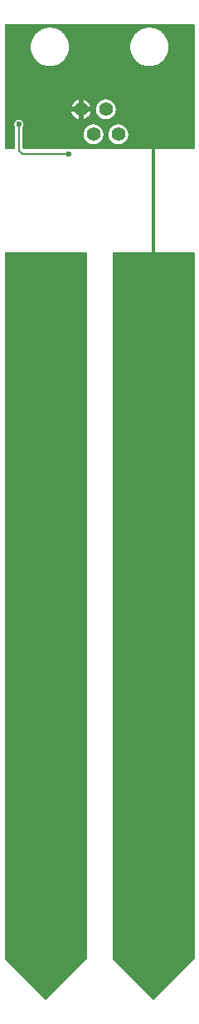
<source format=gbl>
%FSLAX46Y46*%
%MOMM*%
%ADD10C,0.200000*%
%ADD11C,0.350000*%
%AMPS12*
1,1,1.400000,0.000000,0.000000*
%
%ADD12PS12*%
%AMPS13*
1,1,0.600000,0.000000,0.000000*
%
%ADD13PS13*%
G01*
%LPD*%
G36*
X-8760000Y6477000D02*
X-8720996Y6484920D01*
X-8688171Y6507425D01*
X-8666723Y6540952D01*
X-8660000Y6577000D01*
X-8660000Y8787167D01*
X-8667614Y8825441D01*
X-8668728Y8828130D01*
X-8670711Y8832604D01*
X-8671233Y8833708D01*
X-8678928Y8852285D01*
X-8679342Y8853442D01*
X-8681105Y8858012D01*
X-8681571Y8859136D01*
X-8684881Y8868386D01*
X-8685233Y8869547D01*
X-8686771Y8874203D01*
X-8687191Y8875377D01*
X-8693035Y8894642D01*
X-8693340Y8895858D01*
X-8694646Y8900576D01*
X-8695001Y8901745D01*
X-8697383Y8911260D01*
X-8697621Y8912454D01*
X-8698694Y8917234D01*
X-8698993Y8918428D01*
X-8702919Y8938168D01*
X-8703099Y8939379D01*
X-8703939Y8944222D01*
X-8704174Y8945404D01*
X-8705616Y8955122D01*
X-8705735Y8956332D01*
X-8706335Y8961191D01*
X-8706518Y8962422D01*
X-8708489Y8982440D01*
X-8708550Y8983671D01*
X-8708911Y8988562D01*
X-8709029Y8989763D01*
X-8709511Y8999558D01*
X-8709511Y9000780D01*
X-8709631Y9005688D01*
X-8709693Y9006950D01*
X-8709693Y9027050D01*
X-8709631Y9028312D01*
X-8709511Y9033220D01*
X-8709511Y9034442D01*
X-8709029Y9044237D01*
X-8708911Y9045438D01*
X-8708550Y9050329D01*
X-8708489Y9051560D01*
X-8706518Y9071578D01*
X-8706335Y9072809D01*
X-8705735Y9077668D01*
X-8705616Y9078878D01*
X-8704174Y9088596D01*
X-8703939Y9089778D01*
X-8703099Y9094621D01*
X-8702919Y9095832D01*
X-8698993Y9115572D01*
X-8698694Y9116766D01*
X-8697621Y9121546D01*
X-8697383Y9122740D01*
X-8695001Y9132255D01*
X-8694646Y9133424D01*
X-8693340Y9138142D01*
X-8693035Y9139358D01*
X-8687191Y9158623D01*
X-8686771Y9159797D01*
X-8685233Y9164453D01*
X-8684881Y9165614D01*
X-8681571Y9174864D01*
X-8681105Y9175988D01*
X-8679342Y9180558D01*
X-8678928Y9181715D01*
X-8671233Y9200292D01*
X-8670711Y9201396D01*
X-8668729Y9205870D01*
X-8668261Y9206998D01*
X-8664055Y9215893D01*
X-8663478Y9216973D01*
X-8661276Y9221346D01*
X-8660745Y9222469D01*
X-8651260Y9240214D01*
X-8650629Y9241267D01*
X-8648201Y9245553D01*
X-8647632Y9246618D01*
X-8642583Y9255042D01*
X-8641909Y9256050D01*
X-8639284Y9260194D01*
X-8638641Y9261267D01*
X-8627484Y9277964D01*
X-8626736Y9278972D01*
X-8623918Y9282974D01*
X-8623234Y9283997D01*
X-8617384Y9291885D01*
X-8616606Y9292833D01*
X-8613593Y9296693D01*
X-8612858Y9297684D01*
X-8600101Y9313230D01*
X-8599299Y9314114D01*
X-8596072Y9317854D01*
X-8595306Y9318788D01*
X-8588723Y9326052D01*
X-8587854Y9326921D01*
X-8584468Y9330478D01*
X-8583636Y9331396D01*
X-8569397Y9345635D01*
X-8568479Y9346467D01*
X-8564924Y9349851D01*
X-8564060Y9350715D01*
X-8556796Y9357298D01*
X-8555863Y9358064D01*
X-8552142Y9361274D01*
X-8551228Y9362102D01*
X-8535675Y9374866D01*
X-8534692Y9375595D01*
X-8530815Y9378620D01*
X-8529875Y9379392D01*
X-8521992Y9385238D01*
X-8520965Y9385924D01*
X-8516955Y9388749D01*
X-8515979Y9389473D01*
X-8499242Y9400656D01*
X-8498192Y9401286D01*
X-8494058Y9403903D01*
X-8493031Y9404589D01*
X-8484618Y9409632D01*
X-8483553Y9410201D01*
X-8479267Y9412629D01*
X-8478214Y9413260D01*
X-8460469Y9422745D01*
X-8459346Y9423276D01*
X-8454973Y9425478D01*
X-8453893Y9426055D01*
X-8444998Y9430261D01*
X-8443870Y9430729D01*
X-8439396Y9432711D01*
X-8438292Y9433233D01*
X-8419715Y9440928D01*
X-8418558Y9441342D01*
X-8413988Y9443105D01*
X-8412864Y9443571D01*
X-8403614Y9446881D01*
X-8402453Y9447233D01*
X-8397797Y9448771D01*
X-8396623Y9449191D01*
X-8377358Y9455035D01*
X-8376142Y9455340D01*
X-8371424Y9456646D01*
X-8370255Y9457001D01*
X-8360740Y9459383D01*
X-8359546Y9459621D01*
X-8354766Y9460694D01*
X-8353572Y9460993D01*
X-8333832Y9464919D01*
X-8332621Y9465099D01*
X-8327778Y9465939D01*
X-8326596Y9466174D01*
X-8316878Y9467616D01*
X-8315668Y9467735D01*
X-8310809Y9468335D01*
X-8309578Y9468518D01*
X-8289560Y9470489D01*
X-8288329Y9470550D01*
X-8283438Y9470911D01*
X-8282237Y9471029D01*
X-8272442Y9471511D01*
X-8271220Y9471511D01*
X-8266312Y9471631D01*
X-8265050Y9471693D01*
X-8244950Y9471693D01*
X-8243688Y9471631D01*
X-8238780Y9471511D01*
X-8237558Y9471511D01*
X-8227763Y9471029D01*
X-8226562Y9470911D01*
X-8221671Y9470550D01*
X-8220440Y9470489D01*
X-8200422Y9468518D01*
X-8199191Y9468335D01*
X-8194332Y9467735D01*
X-8193122Y9467616D01*
X-8183404Y9466174D01*
X-8182222Y9465939D01*
X-8177379Y9465099D01*
X-8176168Y9464919D01*
X-8156428Y9460993D01*
X-8155234Y9460694D01*
X-8150454Y9459621D01*
X-8149260Y9459383D01*
X-8139745Y9457001D01*
X-8138576Y9456646D01*
X-8133858Y9455340D01*
X-8132642Y9455035D01*
X-8113377Y9449191D01*
X-8112203Y9448771D01*
X-8107547Y9447233D01*
X-8106386Y9446881D01*
X-8097136Y9443571D01*
X-8096012Y9443105D01*
X-8091442Y9441342D01*
X-8090285Y9440928D01*
X-8071708Y9433233D01*
X-8070604Y9432711D01*
X-8066130Y9430729D01*
X-8065002Y9430261D01*
X-8056107Y9426055D01*
X-8055027Y9425478D01*
X-8050654Y9423276D01*
X-8049531Y9422745D01*
X-8031786Y9413260D01*
X-8030733Y9412629D01*
X-8026447Y9410201D01*
X-8025382Y9409632D01*
X-8016969Y9404589D01*
X-8015942Y9403903D01*
X-8011808Y9401286D01*
X-8010758Y9400656D01*
X-7994021Y9389473D01*
X-7993045Y9388749D01*
X-7989035Y9385924D01*
X-7988008Y9385238D01*
X-7980125Y9379392D01*
X-7979185Y9378620D01*
X-7975308Y9375595D01*
X-7974325Y9374866D01*
X-7958772Y9362102D01*
X-7957858Y9361274D01*
X-7954137Y9358064D01*
X-7953204Y9357298D01*
X-7945940Y9350715D01*
X-7945076Y9349851D01*
X-7941521Y9346467D01*
X-7940603Y9345635D01*
X-7926364Y9331396D01*
X-7925532Y9330478D01*
X-7922146Y9326921D01*
X-7921277Y9326052D01*
X-7914694Y9318788D01*
X-7913928Y9317854D01*
X-7910701Y9314114D01*
X-7909899Y9313230D01*
X-7897142Y9297684D01*
X-7896407Y9296693D01*
X-7893394Y9292833D01*
X-7892616Y9291885D01*
X-7886766Y9283997D01*
X-7886082Y9282974D01*
X-7883264Y9278972D01*
X-7882530Y9277983D01*
X-7871351Y9261251D01*
X-7870726Y9260209D01*
X-7868092Y9256051D01*
X-7867416Y9255039D01*
X-7862364Y9246611D01*
X-7861785Y9245528D01*
X-7859371Y9241265D01*
X-7858735Y9240203D01*
X-7849258Y9222472D01*
X-7848737Y9221371D01*
X-7846526Y9216979D01*
X-7845940Y9215882D01*
X-7841745Y9207013D01*
X-7841269Y9205863D01*
X-7839283Y9201383D01*
X-7838770Y9200299D01*
X-7831073Y9181717D01*
X-7830658Y9180558D01*
X-7828895Y9175988D01*
X-7828429Y9174864D01*
X-7825119Y9165614D01*
X-7824767Y9164453D01*
X-7823229Y9159797D01*
X-7822809Y9158623D01*
X-7816965Y9139358D01*
X-7816660Y9138142D01*
X-7815354Y9133424D01*
X-7814999Y9132255D01*
X-7812617Y9122740D01*
X-7812379Y9121546D01*
X-7811306Y9116766D01*
X-7811007Y9115572D01*
X-7807081Y9095832D01*
X-7806901Y9094621D01*
X-7806061Y9089778D01*
X-7805826Y9088596D01*
X-7804384Y9078878D01*
X-7804265Y9077668D01*
X-7803665Y9072809D01*
X-7803482Y9071578D01*
X-7801511Y9051560D01*
X-7801450Y9050329D01*
X-7801089Y9045438D01*
X-7800971Y9044237D01*
X-7800489Y9034442D01*
X-7800489Y9033220D01*
X-7800369Y9028312D01*
X-7800307Y9027050D01*
X-7800307Y9006950D01*
X-7800369Y9005688D01*
X-7800489Y9000780D01*
X-7800489Y8999558D01*
X-7800971Y8989763D01*
X-7801089Y8988562D01*
X-7801450Y8983671D01*
X-7801511Y8982440D01*
X-7803482Y8962422D01*
X-7803665Y8961191D01*
X-7804265Y8956332D01*
X-7804384Y8955122D01*
X-7805826Y8945404D01*
X-7806061Y8944222D01*
X-7806901Y8939379D01*
X-7807081Y8938168D01*
X-7811007Y8918428D01*
X-7811306Y8917234D01*
X-7812379Y8912454D01*
X-7812617Y8911260D01*
X-7814999Y8901745D01*
X-7815354Y8900576D01*
X-7816660Y8895858D01*
X-7816965Y8894642D01*
X-7822809Y8875377D01*
X-7823229Y8874203D01*
X-7824767Y8869547D01*
X-7825119Y8868386D01*
X-7828429Y8859136D01*
X-7828895Y8858012D01*
X-7830658Y8853442D01*
X-7831072Y8852285D01*
X-7838767Y8833708D01*
X-7839289Y8832604D01*
X-7841272Y8828130D01*
X-7842386Y8825441D01*
X-7850000Y8787167D01*
X-7850000Y6577000D01*
X-7842080Y6537996D01*
X-7819575Y6505171D01*
X-7786048Y6483723D01*
X-7750000Y6477000D01*
X9590000Y6477000D01*
X9629004Y6484920D01*
X9661829Y6507425D01*
X9683277Y6540952D01*
X9690000Y6577000D01*
X9690000Y19090000D01*
X9682080Y19129004D01*
X9659575Y19161829D01*
X9626048Y19183277D01*
X9590000Y19190000D01*
X-9590000Y19190000D01*
X-9629004Y19182080D01*
X-9661829Y19159575D01*
X-9683277Y19126048D01*
X-9690000Y19090000D01*
X-9690000Y6577000D01*
X-9682080Y6537996D01*
X-9659575Y6505171D01*
X-9626048Y6483723D01*
X-9590000Y6477000D01*
X-8760000Y6477000D01*
D02*
G37*
%LPC*%
G36*
X5097410Y14920488D02*
X5062590Y14920488D01*
X4905756Y14928194D01*
X4871090Y14931608D01*
X4715780Y14954645D01*
X4681599Y14961444D01*
X4529302Y14999593D01*
X4495964Y15009706D01*
X4348147Y15062595D01*
X4315942Y15075935D01*
X4174006Y15143066D01*
X4143296Y15159481D01*
X4008614Y15240206D01*
X3979654Y15259557D01*
X3853528Y15353098D01*
X3826609Y15375189D01*
X3710264Y15480638D01*
X3685639Y15505264D01*
X3580188Y15621612D01*
X3558098Y15648528D01*
X3464564Y15774644D01*
X3445200Y15803624D01*
X3364481Y15938296D01*
X3348066Y15969006D01*
X3280935Y16110942D01*
X3267595Y16143147D01*
X3214704Y16290969D01*
X3204594Y16324297D01*
X3166444Y16476604D01*
X3159647Y16510775D01*
X3136606Y16666105D01*
X3133194Y16700741D01*
X3125488Y16857591D01*
X3125488Y16892409D01*
X3133194Y17049246D01*
X3136607Y17083910D01*
X3159648Y17239237D01*
X3166440Y17273385D01*
X3204593Y17425698D01*
X3214706Y17459036D01*
X3267595Y17606853D01*
X3280935Y17639058D01*
X3348061Y17780985D01*
X3364481Y17811704D01*
X3445213Y17946395D01*
X3464557Y17975345D01*
X3558090Y18101461D01*
X3580196Y18128397D01*
X3685628Y18244724D01*
X3710276Y18269372D01*
X3826603Y18374804D01*
X3853539Y18396910D01*
X3979655Y18490443D01*
X4008605Y18509787D01*
X4143296Y18590519D01*
X4174015Y18606939D01*
X4315942Y18674065D01*
X4348147Y18687405D01*
X4495964Y18740294D01*
X4529302Y18750407D01*
X4681615Y18788560D01*
X4715763Y18795352D01*
X4871090Y18818393D01*
X4905754Y18821806D01*
X5062591Y18829512D01*
X5097409Y18829512D01*
X5254246Y18821806D01*
X5288910Y18818393D01*
X5444237Y18795352D01*
X5478385Y18788560D01*
X5630698Y18750407D01*
X5664036Y18740294D01*
X5811853Y18687405D01*
X5844058Y18674065D01*
X5985985Y18606939D01*
X6016704Y18590519D01*
X6151395Y18509787D01*
X6180345Y18490443D01*
X6306461Y18396910D01*
X6333397Y18374804D01*
X6449724Y18269372D01*
X6474372Y18244724D01*
X6579804Y18128397D01*
X6601910Y18101461D01*
X6695443Y17975345D01*
X6714787Y17946395D01*
X6795519Y17811704D01*
X6811939Y17780985D01*
X6879065Y17639058D01*
X6892405Y17606853D01*
X6945294Y17459036D01*
X6955407Y17425698D01*
X6993560Y17273385D01*
X7000352Y17239237D01*
X7023393Y17083910D01*
X7026806Y17049246D01*
X7034512Y16892409D01*
X7034512Y16857591D01*
X7026806Y16700741D01*
X7023394Y16666105D01*
X7000353Y16510775D01*
X6993556Y16476604D01*
X6955410Y16324314D01*
X6945290Y16290953D01*
X6892398Y16143131D01*
X6879071Y16110956D01*
X6811934Y15969006D01*
X6795519Y15938296D01*
X6714800Y15803624D01*
X6695436Y15774644D01*
X6601902Y15648528D01*
X6579812Y15621612D01*
X6474361Y15505264D01*
X6449736Y15480638D01*
X6333403Y15375199D01*
X6306461Y15353089D01*
X6180346Y15259557D01*
X6151385Y15240206D01*
X6016711Y15159485D01*
X5985985Y15143061D01*
X5844058Y15075935D01*
X5811853Y15062595D01*
X5664036Y15009706D01*
X5630698Y14999593D01*
X5478401Y14961444D01*
X5444220Y14954645D01*
X5288910Y14931608D01*
X5254244Y14928194D01*
X5097410Y14920488D01*
D02*
G37*
%LPC*%
G36*
X-5062590Y14920488D02*
X-5097410Y14920488D01*
X-5254244Y14928194D01*
X-5288910Y14931608D01*
X-5444220Y14954645D01*
X-5478401Y14961444D01*
X-5630698Y14999593D01*
X-5664036Y15009706D01*
X-5811853Y15062595D01*
X-5844058Y15075935D01*
X-5985994Y15143066D01*
X-6016704Y15159481D01*
X-6151386Y15240206D01*
X-6180346Y15259557D01*
X-6306472Y15353098D01*
X-6333391Y15375189D01*
X-6449736Y15480638D01*
X-6474361Y15505264D01*
X-6579812Y15621612D01*
X-6601902Y15648528D01*
X-6695436Y15774644D01*
X-6714800Y15803624D01*
X-6795519Y15938296D01*
X-6811934Y15969006D01*
X-6879065Y16110942D01*
X-6892405Y16143147D01*
X-6945296Y16290969D01*
X-6955406Y16324297D01*
X-6993556Y16476604D01*
X-7000353Y16510775D01*
X-7023394Y16666105D01*
X-7026806Y16700741D01*
X-7034512Y16857591D01*
X-7034512Y16892409D01*
X-7026806Y17049246D01*
X-7023393Y17083910D01*
X-7000352Y17239237D01*
X-6993560Y17273385D01*
X-6955407Y17425698D01*
X-6945294Y17459036D01*
X-6892405Y17606853D01*
X-6879065Y17639058D01*
X-6811939Y17780985D01*
X-6795519Y17811704D01*
X-6714787Y17946395D01*
X-6695443Y17975345D01*
X-6601910Y18101461D01*
X-6579804Y18128397D01*
X-6474372Y18244724D01*
X-6449724Y18269372D01*
X-6333397Y18374804D01*
X-6306461Y18396910D01*
X-6180345Y18490443D01*
X-6151395Y18509787D01*
X-6016704Y18590519D01*
X-5985985Y18606939D01*
X-5844058Y18674065D01*
X-5811853Y18687405D01*
X-5664036Y18740294D01*
X-5630698Y18750407D01*
X-5478385Y18788560D01*
X-5444237Y18795352D01*
X-5288910Y18818393D01*
X-5254246Y18821806D01*
X-5097409Y18829512D01*
X-5062591Y18829512D01*
X-4905754Y18821806D01*
X-4871090Y18818393D01*
X-4715763Y18795352D01*
X-4681615Y18788560D01*
X-4529302Y18750407D01*
X-4495964Y18740294D01*
X-4348147Y18687405D01*
X-4315942Y18674065D01*
X-4174015Y18606939D01*
X-4143296Y18590519D01*
X-4008605Y18509787D01*
X-3979655Y18490443D01*
X-3853539Y18396910D01*
X-3826603Y18374804D01*
X-3710276Y18269372D01*
X-3685628Y18244724D01*
X-3580196Y18128397D01*
X-3558090Y18101461D01*
X-3464557Y17975345D01*
X-3445213Y17946395D01*
X-3364481Y17811704D01*
X-3348061Y17780985D01*
X-3280935Y17639058D01*
X-3267595Y17606853D01*
X-3214706Y17459036D01*
X-3204593Y17425698D01*
X-3166440Y17273385D01*
X-3159648Y17239237D01*
X-3136607Y17083910D01*
X-3133194Y17049246D01*
X-3125488Y16892409D01*
X-3125488Y16857591D01*
X-3133194Y16700741D01*
X-3136606Y16666105D01*
X-3159647Y16510775D01*
X-3166444Y16476604D01*
X-3204590Y16324314D01*
X-3214710Y16290953D01*
X-3267602Y16143131D01*
X-3280929Y16110956D01*
X-3348066Y15969006D01*
X-3364481Y15938296D01*
X-3445200Y15803624D01*
X-3464564Y15774644D01*
X-3558098Y15648528D01*
X-3580188Y15621612D01*
X-3685639Y15505264D01*
X-3710264Y15480638D01*
X-3826597Y15375199D01*
X-3853539Y15353089D01*
X-3979654Y15259557D01*
X-4008615Y15240206D01*
X-4143289Y15159485D01*
X-4174015Y15143061D01*
X-4315942Y15075935D01*
X-4348147Y15062595D01*
X-4495964Y15009706D01*
X-4529302Y14999593D01*
X-4681599Y14961444D01*
X-4715780Y14954645D01*
X-4871090Y14931608D01*
X-4905756Y14928194D01*
X-5062590Y14920488D01*
D02*
G37*
%LPC*%
G36*
X652410Y9520488D02*
X617590Y9520488D01*
X553857Y9523619D01*
X519221Y9527031D01*
X456114Y9536392D01*
X421933Y9543191D01*
X360080Y9558684D01*
X326738Y9568798D01*
X266671Y9590291D01*
X234510Y9603612D01*
X176834Y9630891D01*
X146117Y9647311D01*
X91403Y9680105D01*
X62450Y9699450D01*
X11202Y9737458D01*
X-15708Y9759542D01*
X-62985Y9802392D01*
X-87608Y9827015D01*
X-130458Y9874292D01*
X-152542Y9901202D01*
X-190550Y9952450D01*
X-209895Y9981403D01*
X-242689Y10036117D01*
X-259109Y10066834D01*
X-286388Y10124510D01*
X-299709Y10156671D01*
X-321202Y10216738D01*
X-331316Y10250080D01*
X-346809Y10311933D01*
X-353608Y10346114D01*
X-362969Y10409221D01*
X-366381Y10443857D01*
X-369512Y10507590D01*
X-369512Y10542410D01*
X-366381Y10606143D01*
X-362969Y10640779D01*
X-353608Y10703886D01*
X-346809Y10738067D01*
X-331316Y10799920D01*
X-321202Y10833262D01*
X-299709Y10893329D01*
X-286388Y10925490D01*
X-259109Y10983166D01*
X-242689Y11013883D01*
X-209895Y11068597D01*
X-190550Y11097550D01*
X-152542Y11148798D01*
X-130458Y11175708D01*
X-87608Y11222985D01*
X-62985Y11247608D01*
X-15708Y11290458D01*
X11202Y11312542D01*
X62450Y11350550D01*
X91403Y11369895D01*
X146117Y11402689D01*
X176834Y11419109D01*
X234510Y11446388D01*
X266671Y11459709D01*
X326738Y11481202D01*
X360080Y11491316D01*
X421933Y11506809D01*
X456114Y11513608D01*
X519221Y11522969D01*
X553857Y11526381D01*
X617590Y11529512D01*
X652410Y11529512D01*
X716143Y11526381D01*
X750779Y11522969D01*
X813886Y11513608D01*
X848067Y11506809D01*
X909920Y11491316D01*
X943262Y11481202D01*
X1003329Y11459709D01*
X1035490Y11446388D01*
X1093166Y11419109D01*
X1123883Y11402689D01*
X1178597Y11369895D01*
X1207550Y11350550D01*
X1258798Y11312542D01*
X1285708Y11290458D01*
X1332985Y11247608D01*
X1357608Y11222985D01*
X1400458Y11175708D01*
X1422542Y11148798D01*
X1460550Y11097550D01*
X1479895Y11068597D01*
X1512689Y11013883D01*
X1529109Y10983166D01*
X1556388Y10925490D01*
X1569709Y10893329D01*
X1591202Y10833262D01*
X1601316Y10799920D01*
X1616814Y10738047D01*
X1623604Y10703909D01*
X1632970Y10640776D01*
X1636381Y10606145D01*
X1639512Y10542409D01*
X1639512Y10507591D01*
X1636381Y10443855D01*
X1632970Y10409224D01*
X1623604Y10346091D01*
X1616814Y10311953D01*
X1601316Y10250080D01*
X1591202Y10216738D01*
X1569709Y10156671D01*
X1556388Y10124510D01*
X1529109Y10066834D01*
X1512689Y10036117D01*
X1479895Y9981403D01*
X1460550Y9952450D01*
X1422542Y9901202D01*
X1400458Y9874292D01*
X1357608Y9827015D01*
X1332985Y9802392D01*
X1285708Y9759542D01*
X1258798Y9737458D01*
X1207550Y9699450D01*
X1178597Y9680105D01*
X1123883Y9647311D01*
X1093166Y9630891D01*
X1035490Y9603612D01*
X1003329Y9590291D01*
X943262Y9568798D01*
X909920Y9558684D01*
X848067Y9543191D01*
X813886Y9536392D01*
X750779Y9527031D01*
X716143Y9523619D01*
X652410Y9520488D01*
D02*
G37*
%LPC*%
G36*
X-2155000Y10775000D02*
X-2872404Y10775000D01*
X-2862287Y10815390D01*
X-2829215Y10907817D01*
X-2787238Y10996569D01*
X-2736772Y11080767D01*
X-2678287Y11159625D01*
X-2612362Y11232362D01*
X-2539625Y11298287D01*
X-2460767Y11356772D01*
X-2376569Y11407238D01*
X-2287817Y11449215D01*
X-2195390Y11482287D01*
X-2155000Y11492404D01*
X-2155000Y10775000D01*
D02*
G37*
%LPC*%
G36*
X-937596Y10775000D02*
X-1655000Y10775000D01*
X-1655000Y11492404D01*
X-1614610Y11482287D01*
X-1522183Y11449215D01*
X-1433431Y11407238D01*
X-1349233Y11356772D01*
X-1270375Y11298287D01*
X-1197638Y11232362D01*
X-1131713Y11159625D01*
X-1073228Y11080767D01*
X-1022762Y10996569D01*
X-980785Y10907817D01*
X-947713Y10815390D01*
X-937596Y10775000D01*
D02*
G37*
%LPC*%
G36*
X-1655000Y9557596D02*
X-1655000Y10275000D01*
X-937596Y10275000D01*
X-947713Y10234610D01*
X-980785Y10142183D01*
X-1022762Y10053431D01*
X-1073228Y9969233D01*
X-1131713Y9890375D01*
X-1197638Y9817638D01*
X-1270375Y9751713D01*
X-1349233Y9693228D01*
X-1433431Y9642762D01*
X-1522183Y9600785D01*
X-1614610Y9567713D01*
X-1655000Y9557596D01*
D02*
G37*
%LPC*%
G36*
X-2155000Y9557596D02*
X-2195390Y9567713D01*
X-2287817Y9600785D01*
X-2376569Y9642762D01*
X-2460767Y9693228D01*
X-2539625Y9751713D01*
X-2612362Y9817638D01*
X-2678287Y9890375D01*
X-2736772Y9969233D01*
X-2787238Y10053431D01*
X-2829215Y10142183D01*
X-2862287Y10234610D01*
X-2872404Y10275000D01*
X-2155000Y10275000D01*
X-2155000Y9557596D01*
D02*
G37*
%LPC*%
G36*
X1922410Y6980488D02*
X1887590Y6980488D01*
X1823857Y6983619D01*
X1789221Y6987031D01*
X1726114Y6996392D01*
X1691933Y7003191D01*
X1630080Y7018684D01*
X1596738Y7028798D01*
X1536671Y7050291D01*
X1504510Y7063612D01*
X1446834Y7090891D01*
X1416117Y7107311D01*
X1361403Y7140105D01*
X1332450Y7159450D01*
X1281202Y7197458D01*
X1254292Y7219542D01*
X1207015Y7262392D01*
X1182392Y7287015D01*
X1139542Y7334292D01*
X1117458Y7361202D01*
X1079450Y7412450D01*
X1060105Y7441403D01*
X1027311Y7496117D01*
X1010891Y7526834D01*
X983612Y7584510D01*
X970291Y7616671D01*
X948798Y7676738D01*
X938684Y7710080D01*
X923191Y7771933D01*
X916392Y7806114D01*
X907031Y7869221D01*
X903619Y7903857D01*
X900488Y7967590D01*
X900488Y8002410D01*
X903619Y8066143D01*
X907031Y8100779D01*
X916392Y8163886D01*
X923191Y8198067D01*
X938684Y8259920D01*
X948798Y8293262D01*
X970291Y8353329D01*
X983612Y8385490D01*
X1010891Y8443166D01*
X1027311Y8473883D01*
X1060105Y8528597D01*
X1079450Y8557550D01*
X1117458Y8608798D01*
X1139542Y8635708D01*
X1182392Y8682985D01*
X1207015Y8707608D01*
X1254292Y8750458D01*
X1281202Y8772542D01*
X1332450Y8810550D01*
X1361403Y8829895D01*
X1416117Y8862689D01*
X1446834Y8879109D01*
X1504510Y8906388D01*
X1536671Y8919709D01*
X1596738Y8941202D01*
X1630080Y8951316D01*
X1691933Y8966809D01*
X1726114Y8973608D01*
X1789221Y8982969D01*
X1823857Y8986381D01*
X1887590Y8989512D01*
X1922410Y8989512D01*
X1986143Y8986381D01*
X2020779Y8982969D01*
X2083886Y8973608D01*
X2118067Y8966809D01*
X2179920Y8951316D01*
X2213262Y8941202D01*
X2273329Y8919709D01*
X2305490Y8906388D01*
X2363166Y8879109D01*
X2393883Y8862689D01*
X2448597Y8829895D01*
X2477550Y8810550D01*
X2528798Y8772542D01*
X2555708Y8750458D01*
X2602985Y8707608D01*
X2627608Y8682985D01*
X2670458Y8635708D01*
X2692542Y8608798D01*
X2730550Y8557550D01*
X2749895Y8528597D01*
X2782689Y8473883D01*
X2799109Y8443166D01*
X2826388Y8385490D01*
X2839709Y8353329D01*
X2861202Y8293262D01*
X2871316Y8259920D01*
X2886814Y8198047D01*
X2893604Y8163909D01*
X2902970Y8100776D01*
X2906381Y8066145D01*
X2909512Y8002409D01*
X2909512Y7967591D01*
X2906381Y7903855D01*
X2902970Y7869224D01*
X2893604Y7806091D01*
X2886814Y7771953D01*
X2871316Y7710080D01*
X2861202Y7676738D01*
X2839709Y7616671D01*
X2826388Y7584510D01*
X2799109Y7526834D01*
X2782689Y7496117D01*
X2749895Y7441403D01*
X2730550Y7412450D01*
X2692542Y7361202D01*
X2670458Y7334292D01*
X2627608Y7287015D01*
X2602985Y7262392D01*
X2555708Y7219542D01*
X2528798Y7197458D01*
X2477550Y7159450D01*
X2448597Y7140105D01*
X2393883Y7107311D01*
X2363166Y7090891D01*
X2305490Y7063612D01*
X2273329Y7050291D01*
X2213262Y7028798D01*
X2179920Y7018684D01*
X2118067Y7003191D01*
X2083886Y6996392D01*
X2020779Y6987031D01*
X1986143Y6983619D01*
X1922410Y6980488D01*
D02*
G37*
%LPC*%
G36*
X-617590Y6980488D02*
X-652410Y6980488D01*
X-716143Y6983619D01*
X-750779Y6987031D01*
X-813886Y6996392D01*
X-848067Y7003191D01*
X-909920Y7018684D01*
X-943262Y7028798D01*
X-1003329Y7050291D01*
X-1035490Y7063612D01*
X-1093166Y7090891D01*
X-1123883Y7107311D01*
X-1178597Y7140105D01*
X-1207550Y7159450D01*
X-1258798Y7197458D01*
X-1285708Y7219542D01*
X-1332985Y7262392D01*
X-1357608Y7287015D01*
X-1400458Y7334292D01*
X-1422542Y7361202D01*
X-1460550Y7412450D01*
X-1479895Y7441403D01*
X-1512689Y7496117D01*
X-1529109Y7526834D01*
X-1556388Y7584510D01*
X-1569709Y7616671D01*
X-1591202Y7676738D01*
X-1601316Y7710080D01*
X-1616809Y7771933D01*
X-1623608Y7806114D01*
X-1632969Y7869221D01*
X-1636381Y7903857D01*
X-1639512Y7967590D01*
X-1639512Y8002410D01*
X-1636381Y8066143D01*
X-1632969Y8100779D01*
X-1623608Y8163886D01*
X-1616809Y8198067D01*
X-1601316Y8259920D01*
X-1591202Y8293262D01*
X-1569709Y8353329D01*
X-1556388Y8385490D01*
X-1529109Y8443166D01*
X-1512689Y8473883D01*
X-1479895Y8528597D01*
X-1460550Y8557550D01*
X-1422542Y8608798D01*
X-1400458Y8635708D01*
X-1357608Y8682985D01*
X-1332985Y8707608D01*
X-1285708Y8750458D01*
X-1258798Y8772542D01*
X-1207550Y8810550D01*
X-1178597Y8829895D01*
X-1123883Y8862689D01*
X-1093166Y8879109D01*
X-1035490Y8906388D01*
X-1003329Y8919709D01*
X-943262Y8941202D01*
X-909920Y8951316D01*
X-848067Y8966809D01*
X-813886Y8973608D01*
X-750779Y8982969D01*
X-716143Y8986381D01*
X-652410Y8989512D01*
X-617590Y8989512D01*
X-553857Y8986381D01*
X-519221Y8982969D01*
X-456114Y8973608D01*
X-421933Y8966809D01*
X-360080Y8951316D01*
X-326738Y8941202D01*
X-266671Y8919709D01*
X-234510Y8906388D01*
X-176834Y8879109D01*
X-146117Y8862689D01*
X-91403Y8829895D01*
X-62450Y8810550D01*
X-11202Y8772542D01*
X15708Y8750458D01*
X62985Y8707608D01*
X87608Y8682985D01*
X130458Y8635708D01*
X152542Y8608798D01*
X190550Y8557550D01*
X209895Y8528597D01*
X242689Y8473883D01*
X259109Y8443166D01*
X286388Y8385490D01*
X299709Y8353329D01*
X321202Y8293262D01*
X331316Y8259920D01*
X346814Y8198047D01*
X353604Y8163909D01*
X362970Y8100776D01*
X366381Y8066145D01*
X369512Y8002409D01*
X369512Y7967591D01*
X366381Y7903855D01*
X362970Y7869224D01*
X353604Y7806091D01*
X346814Y7771953D01*
X331316Y7710080D01*
X321202Y7676738D01*
X299709Y7616671D01*
X286388Y7584510D01*
X259109Y7526834D01*
X242689Y7496117D01*
X209895Y7441403D01*
X190550Y7412450D01*
X152542Y7361202D01*
X130458Y7334292D01*
X87608Y7287015D01*
X62985Y7262392D01*
X15708Y7219542D01*
X-11202Y7197458D01*
X-62450Y7159450D01*
X-91403Y7140105D01*
X-146117Y7107311D01*
X-176834Y7090891D01*
X-234510Y7063612D01*
X-266671Y7050291D01*
X-326738Y7028798D01*
X-360080Y7018684D01*
X-421933Y7003191D01*
X-456114Y6996392D01*
X-519221Y6987031D01*
X-553857Y6983619D01*
X-617590Y6980488D01*
D02*
G37*
%LPD*%
G36*
X-5498406Y-80020159D02*
X-5459534Y-80011619D01*
X-5429289Y-79990883D01*
X-1339289Y-75900883D01*
X-1317310Y-75867703D01*
X-1310000Y-75830172D01*
X-1310000Y-4100000D01*
X-1317920Y-4060996D01*
X-1340425Y-4028171D01*
X-1373952Y-4006723D01*
X-1410000Y-4000000D01*
X-9590000Y-4000000D01*
X-9629004Y-4007920D01*
X-9661829Y-4030425D01*
X-9683277Y-4063952D01*
X-9690000Y-4100000D01*
X-9690000Y-75830172D01*
X-9682080Y-75869176D01*
X-9660711Y-75900883D01*
X-5570711Y-79990883D01*
X-5537531Y-80012862D01*
X-5498406Y-80020159D01*
D02*
G37*
%LPD*%
G36*
X5501594Y-80020159D02*
X5540466Y-80011619D01*
X5570711Y-79990883D01*
X9660711Y-75900883D01*
X9682690Y-75867703D01*
X9690000Y-75830172D01*
X9690000Y-4100000D01*
X9682080Y-4060996D01*
X9659575Y-4028171D01*
X9626048Y-4006723D01*
X9590000Y-4000000D01*
X1410000Y-4000000D01*
X1370996Y-4007920D01*
X1338171Y-4030425D01*
X1316723Y-4063952D01*
X1310000Y-4100000D01*
X1310000Y-75830172D01*
X1317920Y-75869176D01*
X1339289Y-75900883D01*
X5429289Y-79990883D01*
X5462469Y-80012862D01*
X5501594Y-80020159D01*
D02*
G37*
G01*
%LPD*%
D10*
X-8255000Y6350000D02*
X-7858000Y5953000D01*
D10*
X-7858000Y5953000D02*
X-3175000Y5953000D01*
D11*
X5500000Y-4500000D02*
X5500000Y8500000D01*
D10*
X-8255000Y9017000D02*
X-8255000Y6350000D01*
G75*
D12*
X1905000Y7985000D03*
D12*
X-1905000Y10525000D03*
D12*
X-635000Y7985000D03*
D12*
X635000Y10525000D03*
D13*
X-3175000Y12557000D03*
D13*
X-3175000Y5953000D03*
D13*
X9000000Y-4500000D03*
D13*
X2667000Y10779000D03*
D13*
X8255000Y8493000D03*
D13*
X5500000Y-4500000D03*
D13*
X8255000Y10017000D03*
D13*
X-3175000Y9509000D03*
D13*
X-1524000Y15478000D03*
D13*
X-8255000Y9017000D03*
D13*
X-5500000Y-4500000D03*
D13*
X-9000000Y-4500000D03*
D13*
X-2000000Y-4500000D03*
D13*
X2000000Y-4500000D03*
D13*
X-9349995Y7493000D03*
M02*

</source>
